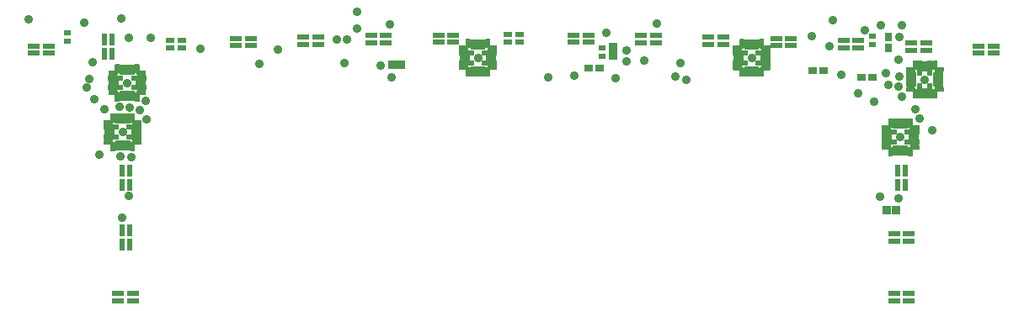
<source format=gts>
G04*
G04 #@! TF.GenerationSoftware,Altium Limited,Altium Designer,21.6.4 (81)*
G04*
G04 Layer_Color=8388736*
%FSLAX25Y25*%
%MOIN*%
G70*
G04*
G04 #@! TF.SameCoordinates,FEAF3D2B-D975-464B-86DB-8C6995E3C2F8*
G04*
G04*
G04 #@! TF.FilePolarity,Negative*
G04*
G01*
G75*
%ADD11R,0.04737X0.02375*%
%ADD12R,0.02375X0.04737*%
%ADD13C,0.01194*%
%ADD14R,0.04343X0.01981*%
%ADD15R,0.01981X0.04343*%
%ADD16R,0.05918X0.01981*%
%ADD17R,0.01981X0.04343*%
%ADD18R,0.04343X0.01981*%
%ADD19R,0.01981X0.05918*%
%ADD20R,0.03556X0.03162*%
%ADD21R,0.03359X0.03241*%
%ADD22R,0.03162X0.03556*%
%ADD23R,0.03241X0.03359*%
%ADD24R,0.03556X0.02375*%
%ADD25R,0.02769X0.02375*%
%ADD26C,0.03556*%
G36*
X189302Y120082D02*
X189354Y120072D01*
X189403Y120055D01*
X189450Y120032D01*
X189494Y120003D01*
X189533Y119968D01*
X189568Y119929D01*
X189597Y119886D01*
X189620Y119838D01*
X189637Y119789D01*
X189647Y119737D01*
X189651Y119685D01*
Y116732D01*
X189647Y116680D01*
X189637Y116629D01*
X189620Y116579D01*
X189597Y116532D01*
X189568Y116488D01*
X189533Y116449D01*
X189494Y116414D01*
X189450Y116385D01*
X189403Y116362D01*
X189354Y116345D01*
X189302Y116335D01*
X189250Y116331D01*
X189014D01*
X188961Y116335D01*
X188910Y116345D01*
X188860Y116362D01*
X188813Y116385D01*
X188802Y116392D01*
X188810Y116382D01*
X188833Y116334D01*
X188850Y116285D01*
X188860Y116233D01*
X188863Y116181D01*
Y115945D01*
X188860Y115893D01*
X188850Y115841D01*
X188833Y115791D01*
X188810Y115744D01*
X188780Y115701D01*
X188746Y115661D01*
X188706Y115627D01*
X188663Y115598D01*
X188616Y115575D01*
X188566Y115558D01*
X188515Y115548D01*
X188462Y115544D01*
X185510D01*
X185457Y115548D01*
X185406Y115558D01*
X185356Y115575D01*
X185309Y115598D01*
X185266Y115627D01*
X185226Y115661D01*
X185192Y115701D01*
X185162Y115744D01*
X185139Y115791D01*
X185123Y115841D01*
X185112Y115893D01*
X185109Y115945D01*
Y117126D01*
X185112Y117178D01*
X185123Y117230D01*
X185139Y117279D01*
X185162Y117326D01*
X185192Y117370D01*
X185226Y117409D01*
X185266Y117444D01*
X185309Y117473D01*
X185356Y117496D01*
X185406Y117513D01*
X185457Y117523D01*
X185510Y117527D01*
X187517D01*
X187570Y117523D01*
X187621Y117513D01*
X187671Y117496D01*
X187718Y117473D01*
X187729Y117466D01*
X187722Y117477D01*
X187698Y117524D01*
X187681Y117573D01*
X187671Y117625D01*
X187668Y117677D01*
Y119685D01*
X187671Y119737D01*
X187681Y119789D01*
X187698Y119838D01*
X187722Y119886D01*
X187751Y119929D01*
X187785Y119968D01*
X187825Y120003D01*
X187868Y120032D01*
X187915Y120055D01*
X187965Y120072D01*
X188016Y120082D01*
X188069Y120086D01*
X189250D01*
X189302Y120082D01*
D02*
G37*
G36*
X197176Y120082D02*
X197228Y120072D01*
X197277Y120055D01*
X197324Y120032D01*
X197368Y120003D01*
X197407Y119968D01*
X197442Y119929D01*
X197471Y119886D01*
X197494Y119838D01*
X197511Y119789D01*
X197521Y119737D01*
X197525Y119685D01*
Y117677D01*
X197521Y117625D01*
X197511Y117573D01*
X197494Y117524D01*
X197471Y117477D01*
X197464Y117466D01*
X197475Y117473D01*
X197522Y117496D01*
X197571Y117513D01*
X197623Y117523D01*
X197675Y117527D01*
X199683D01*
X199735Y117523D01*
X199787Y117513D01*
X199836Y117496D01*
X199883Y117473D01*
X199927Y117444D01*
X199966Y117409D01*
X200001Y117370D01*
X200030Y117326D01*
X200053Y117279D01*
X200070Y117230D01*
X200080Y117178D01*
X200084Y117126D01*
Y115945D01*
X200080Y115893D01*
X200070Y115841D01*
X200053Y115791D01*
X200030Y115744D01*
X200001Y115701D01*
X199966Y115661D01*
X199927Y115627D01*
X199883Y115598D01*
X199836Y115575D01*
X199787Y115558D01*
X199735Y115548D01*
X199683Y115544D01*
X196730D01*
X196678Y115548D01*
X196626Y115558D01*
X196577Y115575D01*
X196530Y115598D01*
X196486Y115627D01*
X196447Y115661D01*
X196412Y115701D01*
X196383Y115744D01*
X196360Y115791D01*
X196343Y115841D01*
X196333Y115893D01*
X196329Y115945D01*
Y116181D01*
X196333Y116233D01*
X196343Y116285D01*
X196360Y116334D01*
X196383Y116382D01*
X196390Y116392D01*
X196379Y116385D01*
X196332Y116362D01*
X196283Y116345D01*
X196231Y116335D01*
X196179Y116331D01*
X195943D01*
X195890Y116335D01*
X195839Y116345D01*
X195789Y116362D01*
X195742Y116385D01*
X195699Y116414D01*
X195659Y116449D01*
X195625Y116488D01*
X195596Y116532D01*
X195572Y116579D01*
X195555Y116629D01*
X195545Y116680D01*
X195542Y116732D01*
Y119685D01*
X195545Y119737D01*
X195555Y119789D01*
X195572Y119838D01*
X195596Y119886D01*
X195625Y119929D01*
X195659Y119968D01*
X195699Y120003D01*
X195742Y120032D01*
X195789Y120055D01*
X195839Y120072D01*
X195890Y120082D01*
X195943Y120086D01*
X197124D01*
X197176Y120082D01*
D02*
G37*
G36*
X199735Y109649D02*
X199787Y109639D01*
X199836Y109622D01*
X199883Y109599D01*
X199927Y109570D01*
X199966Y109535D01*
X200001Y109496D01*
X200030Y109452D01*
X200053Y109405D01*
X200070Y109356D01*
X200080Y109304D01*
X200084Y109252D01*
Y108071D01*
X200080Y108019D01*
X200070Y107967D01*
X200053Y107917D01*
X200030Y107870D01*
X200001Y107827D01*
X199966Y107787D01*
X199927Y107753D01*
X199883Y107724D01*
X199836Y107701D01*
X199787Y107684D01*
X199735Y107673D01*
X199683Y107670D01*
X197675D01*
X197623Y107673D01*
X197571Y107684D01*
X197522Y107701D01*
X197475Y107724D01*
X197464Y107731D01*
X197471Y107720D01*
X197494Y107673D01*
X197511Y107623D01*
X197521Y107572D01*
X197525Y107520D01*
Y105512D01*
X197521Y105459D01*
X197511Y105408D01*
X197494Y105358D01*
X197471Y105311D01*
X197442Y105268D01*
X197407Y105228D01*
X197368Y105194D01*
X197324Y105165D01*
X197277Y105141D01*
X197228Y105125D01*
X197176Y105114D01*
X197124Y105111D01*
X195943D01*
X195890Y105114D01*
X195839Y105125D01*
X195789Y105141D01*
X195742Y105165D01*
X195699Y105194D01*
X195659Y105228D01*
X195625Y105268D01*
X195596Y105311D01*
X195572Y105358D01*
X195555Y105408D01*
X195545Y105459D01*
X195542Y105512D01*
Y108465D01*
X195545Y108517D01*
X195555Y108568D01*
X195572Y108618D01*
X195596Y108665D01*
X195625Y108709D01*
X195659Y108748D01*
X195699Y108783D01*
X195742Y108812D01*
X195789Y108835D01*
X195839Y108852D01*
X195890Y108862D01*
X195943Y108865D01*
X196179D01*
X196231Y108862D01*
X196283Y108852D01*
X196332Y108835D01*
X196379Y108812D01*
X196390Y108805D01*
X196383Y108815D01*
X196360Y108862D01*
X196343Y108912D01*
X196333Y108963D01*
X196329Y109016D01*
Y109252D01*
X196333Y109304D01*
X196343Y109356D01*
X196360Y109405D01*
X196383Y109452D01*
X196412Y109496D01*
X196447Y109535D01*
X196486Y109570D01*
X196530Y109599D01*
X196577Y109622D01*
X196626Y109639D01*
X196678Y109649D01*
X196730Y109653D01*
X199683D01*
X199735Y109649D01*
D02*
G37*
G36*
X50460Y110107D02*
X50512Y110097D01*
X50561Y110080D01*
X50608Y110057D01*
X50652Y110028D01*
X50691Y109993D01*
X50726Y109954D01*
X50755Y109910D01*
X50778Y109863D01*
X50795Y109813D01*
X50805Y109762D01*
X50809Y109710D01*
Y106757D01*
X50805Y106704D01*
X50795Y106653D01*
X50778Y106604D01*
X50755Y106556D01*
X50726Y106513D01*
X50691Y106473D01*
X50652Y106439D01*
X50608Y106410D01*
X50561Y106386D01*
X50512Y106370D01*
X50460Y106359D01*
X50408Y106356D01*
X50172D01*
X50119Y106359D01*
X50068Y106370D01*
X50018Y106386D01*
X49971Y106410D01*
X49960Y106417D01*
X49968Y106406D01*
X49991Y106359D01*
X50008Y106309D01*
X50018Y106258D01*
X50021Y106206D01*
Y105970D01*
X50018Y105917D01*
X50008Y105866D01*
X49991Y105816D01*
X49968Y105769D01*
X49939Y105725D01*
X49904Y105686D01*
X49865Y105651D01*
X49821Y105622D01*
X49774Y105599D01*
X49724Y105582D01*
X49673Y105572D01*
X49621Y105569D01*
X46668D01*
X46615Y105572D01*
X46564Y105582D01*
X46514Y105599D01*
X46467Y105622D01*
X46424Y105651D01*
X46384Y105686D01*
X46350Y105725D01*
X46321Y105769D01*
X46297Y105816D01*
X46281Y105866D01*
X46270Y105917D01*
X46267Y105970D01*
Y107151D01*
X46270Y107203D01*
X46281Y107254D01*
X46297Y107304D01*
X46321Y107351D01*
X46350Y107395D01*
X46384Y107434D01*
X46424Y107469D01*
X46467Y107498D01*
X46514Y107521D01*
X46564Y107538D01*
X46615Y107548D01*
X46668Y107551D01*
X48676D01*
X48728Y107548D01*
X48779Y107538D01*
X48829Y107521D01*
X48876Y107498D01*
X48887Y107491D01*
X48880Y107501D01*
X48856Y107548D01*
X48840Y107598D01*
X48829Y107649D01*
X48826Y107702D01*
Y109710D01*
X48829Y109762D01*
X48840Y109813D01*
X48856Y109863D01*
X48880Y109910D01*
X48909Y109954D01*
X48943Y109993D01*
X48983Y110028D01*
X49026Y110057D01*
X49073Y110080D01*
X49123Y110097D01*
X49174Y110107D01*
X49227Y110110D01*
X50408D01*
X50460Y110107D01*
D02*
G37*
G36*
X58334Y110107D02*
X58386Y110097D01*
X58435Y110080D01*
X58482Y110057D01*
X58526Y110028D01*
X58565Y109993D01*
X58600Y109954D01*
X58629Y109910D01*
X58652Y109863D01*
X58669Y109813D01*
X58679Y109762D01*
X58683Y109710D01*
Y107702D01*
X58679Y107649D01*
X58669Y107598D01*
X58652Y107548D01*
X58629Y107501D01*
X58622Y107491D01*
X58633Y107498D01*
X58680Y107521D01*
X58729Y107538D01*
X58781Y107548D01*
X58833Y107551D01*
X60841D01*
X60893Y107548D01*
X60945Y107538D01*
X60994Y107521D01*
X61041Y107498D01*
X61085Y107469D01*
X61124Y107434D01*
X61159Y107395D01*
X61188Y107351D01*
X61211Y107304D01*
X61228Y107254D01*
X61238Y107203D01*
X61242Y107150D01*
Y105970D01*
X61238Y105917D01*
X61228Y105866D01*
X61211Y105816D01*
X61188Y105769D01*
X61159Y105725D01*
X61124Y105686D01*
X61085Y105651D01*
X61041Y105622D01*
X60994Y105599D01*
X60945Y105582D01*
X60893Y105572D01*
X60841Y105569D01*
X57888D01*
X57836Y105572D01*
X57784Y105582D01*
X57735Y105599D01*
X57688Y105622D01*
X57644Y105651D01*
X57605Y105686D01*
X57570Y105725D01*
X57541Y105769D01*
X57518Y105816D01*
X57501Y105866D01*
X57491Y105917D01*
X57487Y105970D01*
Y106206D01*
X57491Y106258D01*
X57501Y106309D01*
X57518Y106359D01*
X57541Y106406D01*
X57548Y106417D01*
X57538Y106410D01*
X57490Y106386D01*
X57441Y106370D01*
X57389Y106359D01*
X57337Y106356D01*
X57101D01*
X57048Y106359D01*
X56997Y106370D01*
X56947Y106386D01*
X56900Y106410D01*
X56857Y106439D01*
X56817Y106473D01*
X56783Y106513D01*
X56754Y106556D01*
X56731Y106603D01*
X56714Y106653D01*
X56703Y106704D01*
X56700Y106757D01*
Y109710D01*
X56703Y109762D01*
X56714Y109813D01*
X56731Y109863D01*
X56754Y109910D01*
X56783Y109954D01*
X56817Y109993D01*
X56857Y110028D01*
X56900Y110057D01*
X56947Y110080D01*
X56997Y110097D01*
X57048Y110107D01*
X57101Y110110D01*
X58282D01*
X58334Y110107D01*
D02*
G37*
G36*
X188515Y109649D02*
X188566Y109639D01*
X188616Y109622D01*
X188663Y109599D01*
X188706Y109570D01*
X188746Y109535D01*
X188780Y109496D01*
X188810Y109452D01*
X188833Y109405D01*
X188850Y109356D01*
X188860Y109304D01*
X188863Y109252D01*
Y109016D01*
X188860Y108963D01*
X188850Y108912D01*
X188833Y108862D01*
X188810Y108815D01*
X188802Y108805D01*
X188813Y108812D01*
X188860Y108835D01*
X188910Y108852D01*
X188961Y108862D01*
X189014Y108865D01*
X189250D01*
X189302Y108862D01*
X189354Y108852D01*
X189403Y108835D01*
X189450Y108812D01*
X189494Y108783D01*
X189533Y108748D01*
X189568Y108709D01*
X189597Y108665D01*
X189620Y108618D01*
X189637Y108568D01*
X189647Y108517D01*
X189651Y108465D01*
Y105512D01*
X189647Y105459D01*
X189637Y105408D01*
X189620Y105358D01*
X189597Y105311D01*
X189568Y105268D01*
X189533Y105228D01*
X189494Y105194D01*
X189450Y105165D01*
X189403Y105141D01*
X189354Y105125D01*
X189302Y105114D01*
X189250Y105111D01*
X188069D01*
X188016Y105114D01*
X187965Y105125D01*
X187915Y105141D01*
X187868Y105165D01*
X187825Y105194D01*
X187785Y105228D01*
X187751Y105268D01*
X187722Y105311D01*
X187698Y105358D01*
X187681Y105408D01*
X187671Y105459D01*
X187668Y105512D01*
Y107520D01*
X187671Y107572D01*
X187681Y107623D01*
X187698Y107673D01*
X187722Y107720D01*
X187729Y107731D01*
X187718Y107724D01*
X187671Y107701D01*
X187621Y107684D01*
X187570Y107674D01*
X187517Y107670D01*
X185510D01*
X185457Y107674D01*
X185406Y107684D01*
X185356Y107701D01*
X185309Y107724D01*
X185266Y107753D01*
X185226Y107787D01*
X185192Y107827D01*
X185162Y107870D01*
X185139Y107917D01*
X185123Y107967D01*
X185112Y108019D01*
X185109Y108071D01*
Y109252D01*
X185112Y109304D01*
X185123Y109356D01*
X185139Y109405D01*
X185162Y109452D01*
X185192Y109496D01*
X185226Y109535D01*
X185266Y109570D01*
X185309Y109599D01*
X185356Y109622D01*
X185406Y109639D01*
X185457Y109649D01*
X185510Y109653D01*
X188462D01*
X188515Y109649D01*
D02*
G37*
G36*
X60893Y99674D02*
X60945Y99664D01*
X60994Y99647D01*
X61041Y99624D01*
X61085Y99595D01*
X61124Y99560D01*
X61159Y99521D01*
X61188Y99477D01*
X61211Y99430D01*
X61228Y99380D01*
X61238Y99329D01*
X61242Y99277D01*
Y98095D01*
X61238Y98043D01*
X61228Y97992D01*
X61211Y97942D01*
X61188Y97895D01*
X61159Y97851D01*
X61124Y97812D01*
X61085Y97777D01*
X61041Y97748D01*
X60994Y97725D01*
X60945Y97708D01*
X60893Y97698D01*
X60841Y97695D01*
X58833D01*
X58781Y97698D01*
X58729Y97708D01*
X58680Y97725D01*
X58633Y97748D01*
X58622Y97755D01*
X58629Y97745D01*
X58652Y97698D01*
X58669Y97648D01*
X58679Y97597D01*
X58683Y97544D01*
Y95536D01*
X58679Y95484D01*
X58669Y95433D01*
X58652Y95383D01*
X58629Y95336D01*
X58600Y95292D01*
X58565Y95253D01*
X58526Y95218D01*
X58482Y95189D01*
X58435Y95166D01*
X58386Y95149D01*
X58334Y95139D01*
X58282Y95135D01*
X57101D01*
X57048Y95139D01*
X56997Y95149D01*
X56947Y95166D01*
X56900Y95189D01*
X56857Y95218D01*
X56817Y95253D01*
X56783Y95292D01*
X56754Y95336D01*
X56731Y95383D01*
X56714Y95433D01*
X56703Y95484D01*
X56700Y95536D01*
Y98489D01*
X56703Y98541D01*
X56714Y98593D01*
X56731Y98642D01*
X56754Y98690D01*
X56783Y98733D01*
X56817Y98773D01*
X56857Y98807D01*
X56900Y98836D01*
X56947Y98860D01*
X56997Y98876D01*
X57048Y98887D01*
X57101Y98890D01*
X57337D01*
X57389Y98887D01*
X57441Y98876D01*
X57490Y98860D01*
X57538Y98836D01*
X57548Y98829D01*
X57541Y98840D01*
X57518Y98887D01*
X57501Y98937D01*
X57491Y98988D01*
X57487Y99040D01*
Y99277D01*
X57491Y99329D01*
X57501Y99380D01*
X57518Y99430D01*
X57541Y99477D01*
X57570Y99521D01*
X57605Y99560D01*
X57644Y99595D01*
X57688Y99624D01*
X57735Y99647D01*
X57784Y99664D01*
X57836Y99674D01*
X57888Y99677D01*
X60841D01*
X60893Y99674D01*
D02*
G37*
G36*
X49673Y99674D02*
X49724Y99664D01*
X49774Y99647D01*
X49821Y99624D01*
X49865Y99595D01*
X49904Y99560D01*
X49939Y99521D01*
X49968Y99477D01*
X49991Y99430D01*
X50008Y99380D01*
X50018Y99329D01*
X50021Y99277D01*
Y99040D01*
X50018Y98988D01*
X50008Y98937D01*
X49991Y98887D01*
X49968Y98840D01*
X49960Y98829D01*
X49971Y98836D01*
X50018Y98860D01*
X50068Y98876D01*
X50119Y98887D01*
X50172Y98890D01*
X50408D01*
X50460Y98887D01*
X50512Y98876D01*
X50561Y98860D01*
X50608Y98836D01*
X50652Y98807D01*
X50691Y98773D01*
X50726Y98733D01*
X50755Y98690D01*
X50778Y98643D01*
X50795Y98593D01*
X50805Y98541D01*
X50809Y98489D01*
Y95536D01*
X50805Y95484D01*
X50795Y95433D01*
X50778Y95383D01*
X50755Y95336D01*
X50726Y95292D01*
X50691Y95253D01*
X50652Y95218D01*
X50608Y95189D01*
X50561Y95166D01*
X50512Y95149D01*
X50460Y95139D01*
X50408Y95135D01*
X49227D01*
X49174Y95139D01*
X49123Y95149D01*
X49073Y95166D01*
X49026Y95189D01*
X48983Y95218D01*
X48943Y95253D01*
X48909Y95292D01*
X48880Y95336D01*
X48856Y95383D01*
X48840Y95433D01*
X48829Y95484D01*
X48826Y95536D01*
Y97544D01*
X48829Y97597D01*
X48840Y97648D01*
X48856Y97698D01*
X48880Y97745D01*
X48887Y97756D01*
X48876Y97748D01*
X48829Y97725D01*
X48779Y97708D01*
X48728Y97698D01*
X48676Y97695D01*
X46668D01*
X46615Y97698D01*
X46564Y97708D01*
X46514Y97725D01*
X46467Y97748D01*
X46424Y97777D01*
X46384Y97812D01*
X46350Y97851D01*
X46321Y97895D01*
X46297Y97942D01*
X46281Y97992D01*
X46270Y98043D01*
X46267Y98096D01*
Y99277D01*
X46270Y99329D01*
X46281Y99380D01*
X46297Y99430D01*
X46321Y99477D01*
X46350Y99521D01*
X46384Y99560D01*
X46424Y99595D01*
X46467Y99624D01*
X46514Y99647D01*
X46564Y99664D01*
X46615Y99674D01*
X46668Y99677D01*
X49621D01*
X49673Y99674D01*
D02*
G37*
G36*
X48698Y90484D02*
X48749Y90474D01*
X48799Y90457D01*
X48846Y90434D01*
X48890Y90404D01*
X48929Y90370D01*
X48964Y90330D01*
X48993Y90287D01*
X49016Y90240D01*
X49033Y90190D01*
X49043Y90139D01*
X49046Y90086D01*
Y87134D01*
X49043Y87081D01*
X49033Y87030D01*
X49016Y86980D01*
X48993Y86933D01*
X48964Y86889D01*
X48929Y86850D01*
X48890Y86816D01*
X48846Y86786D01*
X48799Y86763D01*
X48749Y86746D01*
X48698Y86736D01*
X48646Y86733D01*
X48410D01*
X48357Y86736D01*
X48306Y86746D01*
X48256Y86763D01*
X48209Y86786D01*
X48198Y86794D01*
X48205Y86783D01*
X48229Y86736D01*
X48245Y86686D01*
X48256Y86635D01*
X48259Y86582D01*
Y86346D01*
X48256Y86294D01*
X48245Y86242D01*
X48229Y86193D01*
X48205Y86146D01*
X48176Y86102D01*
X48142Y86063D01*
X48102Y86028D01*
X48059Y85999D01*
X48012Y85976D01*
X47962Y85959D01*
X47911Y85949D01*
X47858Y85945D01*
X44905D01*
X44853Y85949D01*
X44802Y85959D01*
X44752Y85976D01*
X44705Y85999D01*
X44662Y86028D01*
X44622Y86063D01*
X44587Y86102D01*
X44558Y86146D01*
X44535Y86193D01*
X44518Y86242D01*
X44508Y86294D01*
X44505Y86346D01*
Y87527D01*
X44508Y87580D01*
X44518Y87631D01*
X44535Y87681D01*
X44558Y87728D01*
X44587Y87771D01*
X44622Y87811D01*
X44662Y87845D01*
X44705Y87874D01*
X44752Y87898D01*
X44802Y87915D01*
X44853Y87925D01*
X44905Y87928D01*
X46913D01*
X46966Y87925D01*
X47017Y87915D01*
X47067Y87898D01*
X47114Y87874D01*
X47125Y87867D01*
X47117Y87878D01*
X47094Y87925D01*
X47077Y87975D01*
X47067Y88026D01*
X47064Y88078D01*
Y90086D01*
X47067Y90139D01*
X47077Y90190D01*
X47094Y90240D01*
X47117Y90287D01*
X47147Y90330D01*
X47181Y90370D01*
X47221Y90404D01*
X47264Y90434D01*
X47311Y90457D01*
X47361Y90474D01*
X47412Y90484D01*
X47465Y90487D01*
X48646D01*
X48698Y90484D01*
D02*
G37*
G36*
X56572Y90484D02*
X56623Y90474D01*
X56673Y90457D01*
X56720Y90434D01*
X56764Y90404D01*
X56803Y90370D01*
X56838Y90330D01*
X56867Y90287D01*
X56890Y90240D01*
X56907Y90190D01*
X56917Y90139D01*
X56921Y90086D01*
Y88078D01*
X56917Y88026D01*
X56907Y87975D01*
X56890Y87925D01*
X56867Y87878D01*
X56860Y87867D01*
X56870Y87874D01*
X56918Y87898D01*
X56967Y87914D01*
X57019Y87925D01*
X57071Y87928D01*
X59079D01*
X59131Y87925D01*
X59183Y87914D01*
X59232Y87898D01*
X59279Y87874D01*
X59323Y87845D01*
X59362Y87811D01*
X59397Y87771D01*
X59426Y87728D01*
X59449Y87681D01*
X59466Y87631D01*
X59476Y87580D01*
X59480Y87527D01*
Y86346D01*
X59476Y86294D01*
X59466Y86242D01*
X59449Y86193D01*
X59426Y86146D01*
X59397Y86102D01*
X59362Y86063D01*
X59323Y86028D01*
X59279Y85999D01*
X59232Y85976D01*
X59183Y85959D01*
X59131Y85949D01*
X59079Y85945D01*
X56126D01*
X56074Y85949D01*
X56022Y85959D01*
X55973Y85976D01*
X55926Y85999D01*
X55882Y86028D01*
X55843Y86063D01*
X55808Y86102D01*
X55779Y86146D01*
X55756Y86193D01*
X55739Y86242D01*
X55729Y86294D01*
X55725Y86346D01*
Y86582D01*
X55729Y86635D01*
X55739Y86686D01*
X55756Y86736D01*
X55779Y86783D01*
X55786Y86794D01*
X55775Y86786D01*
X55728Y86763D01*
X55679Y86746D01*
X55627Y86736D01*
X55575Y86733D01*
X55339D01*
X55286Y86736D01*
X55235Y86746D01*
X55185Y86763D01*
X55138Y86786D01*
X55095Y86816D01*
X55055Y86850D01*
X55021Y86889D01*
X54991Y86933D01*
X54968Y86980D01*
X54951Y87030D01*
X54941Y87081D01*
X54938Y87134D01*
Y90086D01*
X54941Y90139D01*
X54951Y90190D01*
X54968Y90240D01*
X54991Y90287D01*
X55021Y90330D01*
X55055Y90370D01*
X55095Y90404D01*
X55138Y90434D01*
X55185Y90457D01*
X55235Y90474D01*
X55286Y90484D01*
X55339Y90487D01*
X56520D01*
X56572Y90484D01*
D02*
G37*
G36*
X59131Y80051D02*
X59183Y80040D01*
X59232Y80024D01*
X59279Y80000D01*
X59323Y79971D01*
X59362Y79937D01*
X59397Y79897D01*
X59426Y79854D01*
X59449Y79807D01*
X59466Y79757D01*
X59476Y79706D01*
X59480Y79653D01*
Y78472D01*
X59476Y78420D01*
X59466Y78368D01*
X59449Y78319D01*
X59426Y78272D01*
X59397Y78228D01*
X59362Y78189D01*
X59323Y78154D01*
X59279Y78125D01*
X59232Y78102D01*
X59183Y78085D01*
X59131Y78075D01*
X59079Y78071D01*
X57071D01*
X57019Y78075D01*
X56967Y78085D01*
X56918Y78102D01*
X56870Y78125D01*
X56860Y78132D01*
X56867Y78121D01*
X56890Y78074D01*
X56907Y78025D01*
X56917Y77973D01*
X56920Y77921D01*
Y75913D01*
X56917Y75861D01*
X56907Y75809D01*
X56890Y75760D01*
X56867Y75713D01*
X56838Y75669D01*
X56803Y75630D01*
X56764Y75595D01*
X56720Y75566D01*
X56673Y75543D01*
X56623Y75526D01*
X56572Y75516D01*
X56520Y75512D01*
X55339D01*
X55286Y75516D01*
X55235Y75526D01*
X55185Y75543D01*
X55138Y75566D01*
X55095Y75595D01*
X55055Y75630D01*
X55021Y75669D01*
X54991Y75713D01*
X54968Y75760D01*
X54951Y75809D01*
X54941Y75861D01*
X54938Y75913D01*
Y78866D01*
X54941Y78918D01*
X54951Y78970D01*
X54968Y79019D01*
X54991Y79066D01*
X55021Y79110D01*
X55055Y79149D01*
X55095Y79184D01*
X55138Y79213D01*
X55185Y79236D01*
X55235Y79253D01*
X55286Y79263D01*
X55339Y79267D01*
X55575D01*
X55627Y79263D01*
X55678Y79253D01*
X55728Y79236D01*
X55775Y79213D01*
X55786Y79206D01*
X55779Y79217D01*
X55756Y79264D01*
X55739Y79313D01*
X55729Y79365D01*
X55725Y79417D01*
Y79653D01*
X55729Y79706D01*
X55739Y79757D01*
X55756Y79807D01*
X55779Y79854D01*
X55808Y79897D01*
X55843Y79937D01*
X55882Y79971D01*
X55926Y80000D01*
X55973Y80024D01*
X56022Y80040D01*
X56074Y80051D01*
X56126Y80054D01*
X59079D01*
X59131Y80051D01*
D02*
G37*
G36*
X47911Y80051D02*
X47962Y80040D01*
X48012Y80024D01*
X48059Y80000D01*
X48102Y79971D01*
X48142Y79937D01*
X48176Y79897D01*
X48205Y79854D01*
X48229Y79807D01*
X48245Y79757D01*
X48256Y79706D01*
X48259Y79653D01*
Y79417D01*
X48256Y79365D01*
X48245Y79313D01*
X48229Y79264D01*
X48205Y79217D01*
X48198Y79206D01*
X48209Y79213D01*
X48256Y79236D01*
X48306Y79253D01*
X48357Y79263D01*
X48409Y79267D01*
X48646D01*
X48698Y79263D01*
X48749Y79253D01*
X48799Y79236D01*
X48846Y79213D01*
X48890Y79184D01*
X48929Y79149D01*
X48964Y79110D01*
X48993Y79066D01*
X49016Y79019D01*
X49033Y78970D01*
X49043Y78918D01*
X49046Y78866D01*
Y75913D01*
X49043Y75861D01*
X49033Y75809D01*
X49016Y75760D01*
X48993Y75713D01*
X48964Y75669D01*
X48929Y75630D01*
X48890Y75595D01*
X48846Y75566D01*
X48799Y75543D01*
X48749Y75526D01*
X48698Y75516D01*
X48646Y75512D01*
X47465D01*
X47412Y75516D01*
X47361Y75526D01*
X47311Y75543D01*
X47264Y75566D01*
X47221Y75595D01*
X47181Y75630D01*
X47147Y75669D01*
X47117Y75713D01*
X47094Y75760D01*
X47077Y75809D01*
X47067Y75861D01*
X47064Y75913D01*
Y77921D01*
X47067Y77973D01*
X47077Y78025D01*
X47094Y78074D01*
X47117Y78121D01*
X47125Y78132D01*
X47114Y78125D01*
X47067Y78102D01*
X47017Y78085D01*
X46966Y78075D01*
X46913Y78071D01*
X44905D01*
X44853Y78075D01*
X44802Y78085D01*
X44752Y78102D01*
X44705Y78125D01*
X44662Y78154D01*
X44622Y78189D01*
X44587Y78228D01*
X44558Y78272D01*
X44535Y78319D01*
X44518Y78368D01*
X44508Y78420D01*
X44505Y78472D01*
Y79653D01*
X44508Y79706D01*
X44518Y79757D01*
X44535Y79807D01*
X44558Y79854D01*
X44587Y79897D01*
X44622Y79937D01*
X44662Y79971D01*
X44705Y80000D01*
X44752Y80024D01*
X44802Y80040D01*
X44853Y80051D01*
X44905Y80054D01*
X47858D01*
X47911Y80051D01*
D02*
G37*
G36*
X297660Y120005D02*
X297711Y119995D01*
X297761Y119978D01*
X297808Y119955D01*
X297852Y119926D01*
X297891Y119892D01*
X297926Y119852D01*
X297955Y119808D01*
X297978Y119761D01*
X297995Y119712D01*
X298005Y119660D01*
X298009Y119608D01*
Y116655D01*
X298005Y116603D01*
X297995Y116551D01*
X297978Y116502D01*
X297955Y116455D01*
X297926Y116411D01*
X297891Y116372D01*
X297852Y116337D01*
X297808Y116308D01*
X297761Y116285D01*
X297711Y116268D01*
X297660Y116258D01*
X297608Y116254D01*
X297372D01*
X297319Y116258D01*
X297268Y116268D01*
X297218Y116285D01*
X297171Y116308D01*
X297160Y116315D01*
X297167Y116305D01*
X297191Y116258D01*
X297207Y116208D01*
X297218Y116156D01*
X297221Y116104D01*
Y115868D01*
X297218Y115815D01*
X297207Y115764D01*
X297191Y115715D01*
X297167Y115667D01*
X297138Y115624D01*
X297104Y115584D01*
X297064Y115550D01*
X297021Y115521D01*
X296974Y115498D01*
X296924Y115481D01*
X296873Y115470D01*
X296820Y115467D01*
X293868D01*
X293815Y115470D01*
X293764Y115481D01*
X293714Y115498D01*
X293667Y115521D01*
X293623Y115550D01*
X293584Y115584D01*
X293549Y115624D01*
X293520Y115667D01*
X293497Y115715D01*
X293480Y115764D01*
X293470Y115815D01*
X293467Y115868D01*
Y117049D01*
X293470Y117101D01*
X293480Y117153D01*
X293497Y117202D01*
X293520Y117249D01*
X293549Y117293D01*
X293584Y117332D01*
X293623Y117367D01*
X293667Y117396D01*
X293714Y117419D01*
X293764Y117436D01*
X293815Y117446D01*
X293868Y117450D01*
X295875D01*
X295928Y117446D01*
X295979Y117436D01*
X296029Y117419D01*
X296076Y117396D01*
X296087Y117389D01*
X296079Y117400D01*
X296056Y117447D01*
X296039Y117496D01*
X296029Y117548D01*
X296026Y117600D01*
Y119608D01*
X296029Y119660D01*
X296039Y119712D01*
X296056Y119761D01*
X296079Y119808D01*
X296109Y119852D01*
X296143Y119892D01*
X296183Y119926D01*
X296226Y119955D01*
X296273Y119978D01*
X296323Y119995D01*
X296374Y120005D01*
X296427Y120009D01*
X297608D01*
X297660Y120005D01*
D02*
G37*
G36*
X305534Y120005D02*
X305586Y119995D01*
X305635Y119978D01*
X305682Y119955D01*
X305726Y119926D01*
X305765Y119892D01*
X305800Y119852D01*
X305829Y119808D01*
X305852Y119761D01*
X305869Y119712D01*
X305879Y119660D01*
X305883Y119608D01*
Y117600D01*
X305879Y117548D01*
X305869Y117496D01*
X305852Y117447D01*
X305829Y117400D01*
X305822Y117389D01*
X305833Y117396D01*
X305879Y117419D01*
X305929Y117436D01*
X305981Y117446D01*
X306033Y117450D01*
X308041D01*
X308093Y117446D01*
X308144Y117436D01*
X308194Y117419D01*
X308241Y117396D01*
X308285Y117367D01*
X308324Y117332D01*
X308359Y117293D01*
X308388Y117249D01*
X308411Y117202D01*
X308428Y117153D01*
X308438Y117101D01*
X308442Y117049D01*
Y115868D01*
X308438Y115815D01*
X308428Y115764D01*
X308411Y115715D01*
X308388Y115667D01*
X308359Y115624D01*
X308324Y115584D01*
X308285Y115550D01*
X308241Y115521D01*
X308194Y115498D01*
X308144Y115481D01*
X308093Y115470D01*
X308041Y115467D01*
X305088D01*
X305036Y115470D01*
X304984Y115481D01*
X304935Y115498D01*
X304888Y115521D01*
X304844Y115550D01*
X304805Y115584D01*
X304770Y115624D01*
X304741Y115667D01*
X304718Y115715D01*
X304701Y115764D01*
X304691Y115815D01*
X304687Y115868D01*
Y116104D01*
X304691Y116156D01*
X304701Y116208D01*
X304718Y116258D01*
X304741Y116305D01*
X304748Y116315D01*
X304737Y116308D01*
X304690Y116285D01*
X304641Y116268D01*
X304589Y116258D01*
X304537Y116254D01*
X304301D01*
X304248Y116258D01*
X304197Y116268D01*
X304147Y116285D01*
X304100Y116308D01*
X304057Y116337D01*
X304017Y116372D01*
X303983Y116411D01*
X303954Y116455D01*
X303930Y116502D01*
X303913Y116551D01*
X303903Y116603D01*
X303900Y116655D01*
Y119608D01*
X303903Y119660D01*
X303913Y119712D01*
X303930Y119761D01*
X303954Y119808D01*
X303983Y119852D01*
X304017Y119892D01*
X304057Y119926D01*
X304100Y119955D01*
X304147Y119978D01*
X304197Y119995D01*
X304248Y120005D01*
X304301Y120009D01*
X305482D01*
X305534Y120005D01*
D02*
G37*
G36*
X308093Y109572D02*
X308144Y109562D01*
X308194Y109545D01*
X308241Y109522D01*
X308285Y109493D01*
X308324Y109458D01*
X308359Y109419D01*
X308388Y109375D01*
X308411Y109328D01*
X308428Y109279D01*
X308438Y109227D01*
X308442Y109175D01*
Y107994D01*
X308438Y107941D01*
X308428Y107890D01*
X308411Y107840D01*
X308388Y107793D01*
X308359Y107750D01*
X308324Y107710D01*
X308285Y107676D01*
X308241Y107647D01*
X308194Y107624D01*
X308144Y107607D01*
X308093Y107596D01*
X308041Y107593D01*
X306033D01*
X305981Y107596D01*
X305929Y107607D01*
X305879Y107624D01*
X305833Y107647D01*
X305822Y107654D01*
X305829Y107643D01*
X305852Y107596D01*
X305869Y107546D01*
X305879Y107495D01*
X305883Y107443D01*
Y105435D01*
X305879Y105383D01*
X305869Y105331D01*
X305852Y105281D01*
X305829Y105234D01*
X305800Y105191D01*
X305765Y105151D01*
X305726Y105117D01*
X305682Y105088D01*
X305635Y105064D01*
X305586Y105048D01*
X305534Y105037D01*
X305482Y105034D01*
X304301D01*
X304248Y105037D01*
X304197Y105048D01*
X304147Y105064D01*
X304100Y105088D01*
X304057Y105117D01*
X304017Y105151D01*
X303983Y105191D01*
X303954Y105234D01*
X303930Y105281D01*
X303913Y105331D01*
X303903Y105383D01*
X303900Y105435D01*
Y108387D01*
X303903Y108440D01*
X303913Y108491D01*
X303930Y108541D01*
X303954Y108588D01*
X303983Y108632D01*
X304017Y108671D01*
X304057Y108706D01*
X304100Y108735D01*
X304147Y108758D01*
X304197Y108775D01*
X304248Y108785D01*
X304301Y108788D01*
X304537D01*
X304589Y108785D01*
X304641Y108775D01*
X304690Y108758D01*
X304737Y108735D01*
X304748Y108727D01*
X304741Y108738D01*
X304718Y108785D01*
X304701Y108835D01*
X304691Y108886D01*
X304687Y108939D01*
Y109175D01*
X304691Y109227D01*
X304701Y109279D01*
X304718Y109328D01*
X304741Y109375D01*
X304770Y109419D01*
X304805Y109458D01*
X304844Y109493D01*
X304888Y109522D01*
X304935Y109545D01*
X304984Y109562D01*
X305036Y109572D01*
X305088Y109576D01*
X308041D01*
X308093Y109572D01*
D02*
G37*
G36*
X296873Y109572D02*
X296924Y109562D01*
X296974Y109545D01*
X297021Y109522D01*
X297064Y109493D01*
X297104Y109458D01*
X297138Y109419D01*
X297167Y109375D01*
X297191Y109328D01*
X297207Y109279D01*
X297218Y109227D01*
X297221Y109175D01*
Y108939D01*
X297218Y108886D01*
X297207Y108835D01*
X297191Y108785D01*
X297167Y108738D01*
X297160Y108727D01*
X297171Y108735D01*
X297218Y108758D01*
X297268Y108775D01*
X297319Y108785D01*
X297372Y108788D01*
X297608D01*
X297660Y108785D01*
X297711Y108775D01*
X297761Y108758D01*
X297808Y108735D01*
X297852Y108706D01*
X297891Y108671D01*
X297926Y108632D01*
X297955Y108588D01*
X297978Y108541D01*
X297995Y108491D01*
X298005Y108440D01*
X298009Y108388D01*
Y105435D01*
X298005Y105383D01*
X297995Y105331D01*
X297978Y105281D01*
X297955Y105234D01*
X297926Y105191D01*
X297891Y105151D01*
X297852Y105117D01*
X297808Y105088D01*
X297761Y105064D01*
X297711Y105048D01*
X297660Y105037D01*
X297608Y105034D01*
X296427D01*
X296374Y105037D01*
X296323Y105048D01*
X296273Y105064D01*
X296226Y105088D01*
X296183Y105117D01*
X296143Y105151D01*
X296109Y105191D01*
X296079Y105234D01*
X296056Y105281D01*
X296039Y105331D01*
X296029Y105383D01*
X296026Y105435D01*
Y107443D01*
X296029Y107495D01*
X296039Y107546D01*
X296056Y107596D01*
X296079Y107643D01*
X296087Y107654D01*
X296076Y107647D01*
X296029Y107624D01*
X295979Y107607D01*
X295928Y107596D01*
X295875Y107593D01*
X293868D01*
X293815Y107596D01*
X293764Y107607D01*
X293714Y107624D01*
X293667Y107647D01*
X293623Y107676D01*
X293584Y107710D01*
X293549Y107750D01*
X293520Y107793D01*
X293497Y107841D01*
X293480Y107890D01*
X293470Y107941D01*
X293467Y107994D01*
Y109175D01*
X293470Y109227D01*
X293480Y109279D01*
X293497Y109328D01*
X293520Y109375D01*
X293549Y109419D01*
X293584Y109458D01*
X293623Y109493D01*
X293667Y109522D01*
X293714Y109545D01*
X293764Y109562D01*
X293815Y109572D01*
X293868Y109576D01*
X296820D01*
X296873Y109572D01*
D02*
G37*
G36*
X356566Y88502D02*
X356617Y88491D01*
X356667Y88475D01*
X356714Y88451D01*
X356757Y88422D01*
X356797Y88388D01*
X356832Y88348D01*
X356861Y88305D01*
X356884Y88258D01*
X356901Y88208D01*
X356911Y88157D01*
X356914Y88104D01*
Y85152D01*
X356911Y85099D01*
X356901Y85048D01*
X356884Y84998D01*
X356861Y84951D01*
X356832Y84908D01*
X356797Y84868D01*
X356757Y84834D01*
X356714Y84804D01*
X356667Y84781D01*
X356617Y84764D01*
X356566Y84754D01*
X356514Y84751D01*
X356277D01*
X356225Y84754D01*
X356173Y84764D01*
X356124Y84781D01*
X356077Y84804D01*
X356066Y84812D01*
X356073Y84801D01*
X356096Y84754D01*
X356113Y84704D01*
X356123Y84653D01*
X356127Y84600D01*
Y84364D01*
X356123Y84312D01*
X356113Y84260D01*
X356096Y84211D01*
X356073Y84164D01*
X356044Y84120D01*
X356010Y84081D01*
X355970Y84046D01*
X355926Y84017D01*
X355879Y83994D01*
X355830Y83977D01*
X355778Y83967D01*
X355726Y83963D01*
X352773D01*
X352721Y83967D01*
X352670Y83977D01*
X352620Y83994D01*
X352573Y84017D01*
X352529Y84046D01*
X352490Y84081D01*
X352455Y84120D01*
X352426Y84164D01*
X352403Y84211D01*
X352386Y84260D01*
X352376Y84312D01*
X352372Y84364D01*
Y85545D01*
X352376Y85598D01*
X352386Y85649D01*
X352403Y85699D01*
X352426Y85746D01*
X352455Y85789D01*
X352490Y85829D01*
X352529Y85863D01*
X352573Y85892D01*
X352620Y85916D01*
X352670Y85932D01*
X352721Y85943D01*
X352773Y85946D01*
X354781D01*
X354834Y85943D01*
X354885Y85932D01*
X354935Y85916D01*
X354982Y85892D01*
X354993Y85885D01*
X354985Y85896D01*
X354962Y85943D01*
X354945Y85993D01*
X354935Y86044D01*
X354931Y86096D01*
Y88104D01*
X354935Y88157D01*
X354945Y88208D01*
X354962Y88258D01*
X354985Y88305D01*
X355014Y88348D01*
X355049Y88388D01*
X355088Y88422D01*
X355132Y88451D01*
X355179Y88475D01*
X355229Y88491D01*
X355280Y88502D01*
X355332Y88505D01*
X356514D01*
X356566Y88502D01*
D02*
G37*
G36*
X355778Y78069D02*
X355830Y78058D01*
X355879Y78042D01*
X355926Y78018D01*
X355970Y77989D01*
X356010Y77955D01*
X356044Y77915D01*
X356073Y77872D01*
X356096Y77825D01*
X356113Y77775D01*
X356123Y77724D01*
X356127Y77671D01*
Y77435D01*
X356123Y77383D01*
X356113Y77331D01*
X356096Y77282D01*
X356073Y77235D01*
X356066Y77224D01*
X356077Y77231D01*
X356124Y77254D01*
X356173Y77271D01*
X356225Y77281D01*
X356277Y77285D01*
X356513D01*
X356566Y77281D01*
X356617Y77271D01*
X356667Y77254D01*
X356714Y77231D01*
X356757Y77202D01*
X356797Y77167D01*
X356832Y77128D01*
X356861Y77084D01*
X356884Y77037D01*
X356901Y76988D01*
X356911Y76936D01*
X356914Y76884D01*
Y73931D01*
X356911Y73879D01*
X356901Y73827D01*
X356884Y73778D01*
X356861Y73731D01*
X356832Y73687D01*
X356797Y73648D01*
X356757Y73613D01*
X356714Y73584D01*
X356667Y73561D01*
X356617Y73544D01*
X356566Y73534D01*
X356513Y73530D01*
X355332D01*
X355280Y73534D01*
X355229Y73544D01*
X355179Y73561D01*
X355132Y73584D01*
X355088Y73613D01*
X355049Y73648D01*
X355014Y73687D01*
X354985Y73731D01*
X354962Y73778D01*
X354945Y73827D01*
X354935Y73879D01*
X354931Y73931D01*
Y75939D01*
X354935Y75991D01*
X354945Y76043D01*
X354962Y76092D01*
X354985Y76139D01*
X354992Y76150D01*
X354982Y76143D01*
X354935Y76120D01*
X354885Y76103D01*
X354834Y76093D01*
X354781Y76089D01*
X352773D01*
X352721Y76093D01*
X352670Y76103D01*
X352620Y76120D01*
X352573Y76143D01*
X352529Y76172D01*
X352490Y76207D01*
X352455Y76246D01*
X352426Y76290D01*
X352403Y76337D01*
X352386Y76386D01*
X352376Y76438D01*
X352372Y76490D01*
Y77671D01*
X352376Y77724D01*
X352386Y77775D01*
X352403Y77825D01*
X352426Y77872D01*
X352455Y77915D01*
X352490Y77955D01*
X352529Y77989D01*
X352573Y78018D01*
X352620Y78042D01*
X352670Y78058D01*
X352721Y78069D01*
X352773Y78072D01*
X355726D01*
X355778Y78069D01*
D02*
G37*
G36*
X366258Y111427D02*
X366309Y111417D01*
X366359Y111400D01*
X366406Y111377D01*
X366449Y111347D01*
X366489Y111313D01*
X366524Y111273D01*
X366553Y111230D01*
X366576Y111183D01*
X366593Y111133D01*
X366603Y111082D01*
X366606Y111029D01*
Y108077D01*
X366603Y108024D01*
X366593Y107973D01*
X366576Y107923D01*
X366553Y107876D01*
X366524Y107833D01*
X366489Y107793D01*
X366449Y107759D01*
X366406Y107729D01*
X366359Y107706D01*
X366309Y107689D01*
X366258Y107679D01*
X366206Y107676D01*
X365969D01*
X365917Y107679D01*
X365865Y107689D01*
X365816Y107706D01*
X365769Y107729D01*
X365758Y107737D01*
X365765Y107726D01*
X365788Y107679D01*
X365805Y107629D01*
X365815Y107578D01*
X365819Y107525D01*
Y107289D01*
X365815Y107237D01*
X365805Y107185D01*
X365788Y107136D01*
X365765Y107089D01*
X365736Y107045D01*
X365702Y107006D01*
X365662Y106971D01*
X365618Y106942D01*
X365571Y106919D01*
X365522Y106902D01*
X365470Y106892D01*
X365418Y106888D01*
X362465D01*
X362413Y106892D01*
X362362Y106902D01*
X362312Y106919D01*
X362265Y106942D01*
X362221Y106971D01*
X362182Y107006D01*
X362147Y107045D01*
X362118Y107089D01*
X362095Y107136D01*
X362078Y107185D01*
X362068Y107237D01*
X362065Y107289D01*
Y108470D01*
X362068Y108523D01*
X362078Y108574D01*
X362095Y108624D01*
X362118Y108671D01*
X362147Y108714D01*
X362182Y108754D01*
X362221Y108788D01*
X362265Y108818D01*
X362312Y108841D01*
X362362Y108858D01*
X362413Y108868D01*
X362465Y108871D01*
X364473D01*
X364526Y108868D01*
X364577Y108858D01*
X364627Y108841D01*
X364674Y108818D01*
X364685Y108810D01*
X364677Y108821D01*
X364654Y108868D01*
X364637Y108918D01*
X364627Y108969D01*
X364623Y109021D01*
Y111029D01*
X364627Y111082D01*
X364637Y111133D01*
X364654Y111183D01*
X364677Y111230D01*
X364706Y111273D01*
X364741Y111313D01*
X364780Y111347D01*
X364824Y111377D01*
X364871Y111400D01*
X364921Y111417D01*
X364972Y111427D01*
X365024Y111430D01*
X366206D01*
X366258Y111427D01*
D02*
G37*
G36*
X374132Y111427D02*
X374183Y111417D01*
X374233Y111400D01*
X374280Y111377D01*
X374324Y111347D01*
X374363Y111313D01*
X374397Y111273D01*
X374427Y111230D01*
X374450Y111183D01*
X374467Y111133D01*
X374477Y111082D01*
X374480Y111029D01*
Y109021D01*
X374477Y108969D01*
X374467Y108918D01*
X374450Y108868D01*
X374427Y108821D01*
X374419Y108810D01*
X374430Y108818D01*
X374477Y108841D01*
X374527Y108858D01*
X374578Y108868D01*
X374631Y108871D01*
X376639D01*
X376691Y108868D01*
X376742Y108858D01*
X376792Y108841D01*
X376839Y108818D01*
X376883Y108788D01*
X376922Y108754D01*
X376957Y108714D01*
X376986Y108671D01*
X377009Y108624D01*
X377026Y108574D01*
X377036Y108523D01*
X377039Y108470D01*
Y107289D01*
X377036Y107237D01*
X377026Y107185D01*
X377009Y107136D01*
X376986Y107089D01*
X376957Y107045D01*
X376922Y107006D01*
X376883Y106971D01*
X376839Y106942D01*
X376792Y106919D01*
X376742Y106902D01*
X376691Y106892D01*
X376639Y106888D01*
X373686D01*
X373634Y106892D01*
X373582Y106902D01*
X373532Y106919D01*
X373485Y106942D01*
X373442Y106971D01*
X373402Y107006D01*
X373368Y107045D01*
X373339Y107089D01*
X373316Y107136D01*
X373299Y107185D01*
X373288Y107237D01*
X373285Y107289D01*
Y107525D01*
X373288Y107578D01*
X373299Y107629D01*
X373316Y107679D01*
X373339Y107726D01*
X373346Y107737D01*
X373335Y107729D01*
X373288Y107706D01*
X373238Y107689D01*
X373187Y107679D01*
X373135Y107676D01*
X372898D01*
X372846Y107679D01*
X372795Y107689D01*
X372745Y107706D01*
X372698Y107729D01*
X372654Y107759D01*
X372615Y107793D01*
X372580Y107833D01*
X372551Y107876D01*
X372528Y107923D01*
X372511Y107973D01*
X372501Y108024D01*
X372498Y108077D01*
Y111029D01*
X372501Y111082D01*
X372511Y111133D01*
X372528Y111183D01*
X372551Y111230D01*
X372580Y111273D01*
X372615Y111313D01*
X372654Y111347D01*
X372698Y111377D01*
X372745Y111400D01*
X372795Y111417D01*
X372846Y111427D01*
X372898Y111430D01*
X374079D01*
X374132Y111427D01*
D02*
G37*
G36*
X376691Y100994D02*
X376742Y100984D01*
X376792Y100967D01*
X376839Y100943D01*
X376883Y100914D01*
X376922Y100880D01*
X376957Y100840D01*
X376986Y100797D01*
X377009Y100750D01*
X377026Y100700D01*
X377036Y100649D01*
X377039Y100596D01*
Y99415D01*
X377036Y99363D01*
X377026Y99311D01*
X377009Y99262D01*
X376986Y99215D01*
X376957Y99171D01*
X376922Y99132D01*
X376883Y99097D01*
X376839Y99068D01*
X376792Y99045D01*
X376742Y99028D01*
X376691Y99018D01*
X376639Y99014D01*
X374631D01*
X374578Y99018D01*
X374527Y99028D01*
X374477Y99045D01*
X374430Y99068D01*
X374419Y99075D01*
X374427Y99064D01*
X374450Y99017D01*
X374467Y98968D01*
X374477Y98916D01*
X374480Y98864D01*
Y96856D01*
X374477Y96804D01*
X374467Y96752D01*
X374450Y96703D01*
X374427Y96656D01*
X374397Y96612D01*
X374363Y96573D01*
X374324Y96538D01*
X374280Y96509D01*
X374233Y96486D01*
X374183Y96469D01*
X374132Y96459D01*
X374079Y96455D01*
X372898D01*
X372846Y96459D01*
X372795Y96469D01*
X372745Y96486D01*
X372698Y96509D01*
X372654Y96538D01*
X372615Y96573D01*
X372580Y96612D01*
X372551Y96656D01*
X372528Y96703D01*
X372511Y96752D01*
X372501Y96804D01*
X372498Y96856D01*
Y99809D01*
X372501Y99861D01*
X372511Y99913D01*
X372528Y99962D01*
X372551Y100009D01*
X372580Y100053D01*
X372615Y100092D01*
X372654Y100127D01*
X372698Y100156D01*
X372745Y100179D01*
X372795Y100196D01*
X372846Y100206D01*
X372898Y100210D01*
X373135D01*
X373187Y100206D01*
X373238Y100196D01*
X373288Y100179D01*
X373335Y100156D01*
X373346Y100149D01*
X373339Y100160D01*
X373315Y100207D01*
X373299Y100256D01*
X373288Y100308D01*
X373285Y100360D01*
Y100596D01*
X373288Y100649D01*
X373299Y100700D01*
X373315Y100750D01*
X373339Y100797D01*
X373368Y100840D01*
X373402Y100880D01*
X373442Y100914D01*
X373485Y100943D01*
X373532Y100967D01*
X373582Y100984D01*
X373634Y100994D01*
X373686Y100997D01*
X376639D01*
X376691Y100994D01*
D02*
G37*
G36*
X365470Y100994D02*
X365522Y100984D01*
X365571Y100967D01*
X365618Y100943D01*
X365662Y100914D01*
X365702Y100880D01*
X365736Y100840D01*
X365765Y100797D01*
X365788Y100750D01*
X365805Y100700D01*
X365815Y100649D01*
X365819Y100596D01*
Y100360D01*
X365815Y100308D01*
X365805Y100256D01*
X365788Y100207D01*
X365765Y100160D01*
X365758Y100149D01*
X365769Y100156D01*
X365816Y100179D01*
X365865Y100196D01*
X365917Y100206D01*
X365969Y100210D01*
X366206D01*
X366258Y100206D01*
X366309Y100196D01*
X366359Y100179D01*
X366406Y100156D01*
X366449Y100127D01*
X366489Y100092D01*
X366524Y100053D01*
X366553Y100009D01*
X366576Y99962D01*
X366593Y99913D01*
X366603Y99861D01*
X366606Y99809D01*
Y96856D01*
X366603Y96804D01*
X366593Y96752D01*
X366576Y96703D01*
X366553Y96656D01*
X366524Y96612D01*
X366489Y96573D01*
X366449Y96538D01*
X366406Y96509D01*
X366359Y96486D01*
X366309Y96469D01*
X366258Y96459D01*
X366206Y96455D01*
X365024D01*
X364972Y96459D01*
X364921Y96469D01*
X364871Y96486D01*
X364824Y96509D01*
X364780Y96538D01*
X364741Y96573D01*
X364706Y96612D01*
X364677Y96656D01*
X364654Y96703D01*
X364637Y96752D01*
X364627Y96804D01*
X364623Y96856D01*
Y98864D01*
X364627Y98916D01*
X364637Y98968D01*
X364654Y99017D01*
X364677Y99064D01*
X364685Y99075D01*
X364674Y99068D01*
X364627Y99045D01*
X364577Y99028D01*
X364526Y99018D01*
X364473Y99014D01*
X362465D01*
X362413Y99018D01*
X362362Y99028D01*
X362312Y99045D01*
X362265Y99068D01*
X362221Y99097D01*
X362182Y99132D01*
X362147Y99171D01*
X362118Y99215D01*
X362095Y99262D01*
X362078Y99312D01*
X362068Y99363D01*
X362065Y99415D01*
Y100596D01*
X362068Y100649D01*
X362078Y100700D01*
X362095Y100750D01*
X362118Y100797D01*
X362147Y100840D01*
X362182Y100880D01*
X362221Y100914D01*
X362265Y100943D01*
X362312Y100967D01*
X362362Y100984D01*
X362413Y100994D01*
X362465Y100997D01*
X365418D01*
X365470Y100994D01*
D02*
G37*
G36*
X364440Y88502D02*
X364491Y88491D01*
X364541Y88475D01*
X364588Y88451D01*
X364632Y88422D01*
X364671Y88388D01*
X364705Y88348D01*
X364735Y88305D01*
X364758Y88258D01*
X364775Y88208D01*
X364785Y88157D01*
X364788Y88104D01*
Y86096D01*
X364785Y86044D01*
X364775Y85993D01*
X364758Y85943D01*
X364735Y85896D01*
X364727Y85885D01*
X364738Y85892D01*
X364785Y85916D01*
X364835Y85932D01*
X364886Y85943D01*
X364939Y85946D01*
X366947D01*
X366999Y85943D01*
X367050Y85932D01*
X367100Y85916D01*
X367147Y85892D01*
X367191Y85863D01*
X367230Y85829D01*
X367265Y85789D01*
X367294Y85746D01*
X367317Y85699D01*
X367334Y85649D01*
X367344Y85598D01*
X367347Y85545D01*
Y84364D01*
X367344Y84312D01*
X367334Y84260D01*
X367317Y84211D01*
X367294Y84164D01*
X367265Y84120D01*
X367230Y84081D01*
X367191Y84046D01*
X367147Y84017D01*
X367100Y83994D01*
X367050Y83977D01*
X366999Y83967D01*
X366947Y83963D01*
X363994D01*
X363941Y83967D01*
X363890Y83977D01*
X363840Y83994D01*
X363793Y84017D01*
X363750Y84046D01*
X363710Y84081D01*
X363676Y84120D01*
X363647Y84164D01*
X363623Y84211D01*
X363607Y84260D01*
X363596Y84312D01*
X363593Y84364D01*
Y84600D01*
X363596Y84653D01*
X363607Y84704D01*
X363623Y84754D01*
X363647Y84801D01*
X363654Y84812D01*
X363643Y84804D01*
X363596Y84781D01*
X363546Y84764D01*
X363495Y84754D01*
X363443Y84751D01*
X363206D01*
X363154Y84754D01*
X363103Y84764D01*
X363053Y84781D01*
X363006Y84804D01*
X362962Y84834D01*
X362923Y84868D01*
X362888Y84908D01*
X362859Y84951D01*
X362836Y84998D01*
X362819Y85048D01*
X362809Y85099D01*
X362806Y85151D01*
Y88104D01*
X362809Y88157D01*
X362819Y88208D01*
X362836Y88258D01*
X362859Y88305D01*
X362888Y88348D01*
X362923Y88388D01*
X362962Y88422D01*
X363006Y88451D01*
X363053Y88475D01*
X363103Y88491D01*
X363154Y88502D01*
X363206Y88505D01*
X364387D01*
X364440Y88502D01*
D02*
G37*
G36*
X366999Y78069D02*
X367050Y78058D01*
X367100Y78042D01*
X367147Y78018D01*
X367191Y77989D01*
X367230Y77955D01*
X367265Y77915D01*
X367294Y77872D01*
X367317Y77825D01*
X367334Y77775D01*
X367344Y77724D01*
X367347Y77671D01*
Y76490D01*
X367344Y76438D01*
X367334Y76386D01*
X367317Y76337D01*
X367294Y76290D01*
X367265Y76246D01*
X367230Y76207D01*
X367191Y76172D01*
X367147Y76143D01*
X367100Y76120D01*
X367050Y76103D01*
X366999Y76093D01*
X366947Y76089D01*
X364939D01*
X364886Y76093D01*
X364835Y76103D01*
X364785Y76120D01*
X364738Y76143D01*
X364727Y76150D01*
X364735Y76139D01*
X364758Y76092D01*
X364775Y76043D01*
X364785Y75991D01*
X364788Y75939D01*
Y73931D01*
X364785Y73879D01*
X364775Y73827D01*
X364758Y73778D01*
X364735Y73731D01*
X364705Y73687D01*
X364671Y73648D01*
X364632Y73613D01*
X364588Y73584D01*
X364541Y73561D01*
X364491Y73544D01*
X364440Y73534D01*
X364387Y73530D01*
X363206D01*
X363154Y73534D01*
X363103Y73544D01*
X363053Y73561D01*
X363006Y73584D01*
X362962Y73613D01*
X362923Y73648D01*
X362888Y73687D01*
X362859Y73731D01*
X362836Y73778D01*
X362819Y73827D01*
X362809Y73879D01*
X362806Y73931D01*
Y76884D01*
X362809Y76936D01*
X362819Y76988D01*
X362836Y77037D01*
X362859Y77084D01*
X362888Y77128D01*
X362923Y77167D01*
X362962Y77202D01*
X363006Y77231D01*
X363053Y77254D01*
X363103Y77271D01*
X363154Y77281D01*
X363206Y77285D01*
X363443D01*
X363495Y77281D01*
X363546Y77271D01*
X363596Y77254D01*
X363643Y77231D01*
X363654Y77224D01*
X363647Y77235D01*
X363623Y77282D01*
X363607Y77331D01*
X363596Y77383D01*
X363593Y77435D01*
Y77671D01*
X363596Y77724D01*
X363607Y77775D01*
X363623Y77825D01*
X363647Y77872D01*
X363676Y77915D01*
X363710Y77955D01*
X363750Y77989D01*
X363793Y78018D01*
X363840Y78042D01*
X363890Y78058D01*
X363941Y78069D01*
X363994Y78072D01*
X366947D01*
X366999Y78069D01*
D02*
G37*
D11*
X357283Y19173D02*
D03*
Y16260D02*
D03*
X363189D02*
D03*
Y19173D02*
D03*
X357283Y42795D02*
D03*
Y39882D02*
D03*
X363189D02*
D03*
Y42795D02*
D03*
X390748Y117213D02*
D03*
Y114299D02*
D03*
X396654D02*
D03*
Y117213D02*
D03*
X364047Y118394D02*
D03*
Y115480D02*
D03*
X369953D02*
D03*
Y118394D02*
D03*
X337343Y119394D02*
D03*
Y116480D02*
D03*
X343248D02*
D03*
Y119394D02*
D03*
X316535Y117299D02*
D03*
Y120213D02*
D03*
X310630D02*
D03*
Y117299D02*
D03*
X283910Y120850D02*
D03*
Y117937D02*
D03*
X289815D02*
D03*
Y120850D02*
D03*
X257189Y121303D02*
D03*
Y118390D02*
D03*
X263094D02*
D03*
Y121303D02*
D03*
X230465Y121579D02*
D03*
Y118665D02*
D03*
X236370D02*
D03*
Y121579D02*
D03*
X177016D02*
D03*
Y118665D02*
D03*
X182921D02*
D03*
Y121579D02*
D03*
X150291Y121303D02*
D03*
Y118390D02*
D03*
X156197D02*
D03*
Y121303D02*
D03*
X123571Y120850D02*
D03*
Y117937D02*
D03*
X129476D02*
D03*
Y120850D02*
D03*
X96850Y120213D02*
D03*
Y117299D02*
D03*
X102756D02*
D03*
Y120213D02*
D03*
X16732Y117213D02*
D03*
Y114299D02*
D03*
X22638D02*
D03*
Y117213D02*
D03*
X50197Y19173D02*
D03*
Y16260D02*
D03*
X56102D02*
D03*
Y19173D02*
D03*
D12*
X358780Y62008D02*
D03*
X361693D02*
D03*
Y67913D02*
D03*
X358780D02*
D03*
X47842Y119890D02*
D03*
X44929D02*
D03*
Y113984D02*
D03*
X47842D02*
D03*
X51693Y62008D02*
D03*
X54606D02*
D03*
Y67913D02*
D03*
X51693D02*
D03*
Y38386D02*
D03*
X54606D02*
D03*
Y44291D02*
D03*
X51693D02*
D03*
D13*
X47455Y106560D02*
D03*
X49817Y108922D02*
D03*
X49817Y96324D02*
D03*
X47455Y98686D02*
D03*
X60054Y98686D02*
D03*
X57691Y96324D02*
D03*
X57691Y108922D02*
D03*
X60054Y106560D02*
D03*
X373489Y110242D02*
D03*
X375851Y107880D02*
D03*
X363253Y107880D02*
D03*
X365615Y110242D02*
D03*
X365615Y97644D02*
D03*
X363253Y100006D02*
D03*
X375851Y100006D02*
D03*
X373489Y97644D02*
D03*
X366159Y77081D02*
D03*
X363797Y74718D02*
D03*
X363797Y87317D02*
D03*
X366159Y84955D02*
D03*
X353561Y84955D02*
D03*
X355923Y87317D02*
D03*
X355923Y74718D02*
D03*
X353561Y77081D02*
D03*
X294655Y116458D02*
D03*
X297017Y118821D02*
D03*
X297017Y106222D02*
D03*
X294655Y108584D02*
D03*
X307253Y108584D02*
D03*
X304891Y106222D02*
D03*
X304891Y118821D02*
D03*
X307253Y116458D02*
D03*
X186297Y116535D02*
D03*
X188659Y118898D02*
D03*
X188659Y106299D02*
D03*
X186297Y108661D02*
D03*
X198896Y108661D02*
D03*
X196533Y106299D02*
D03*
X196533Y118898D02*
D03*
X198896Y116535D02*
D03*
X58291Y79063D02*
D03*
X55929Y76701D02*
D03*
X55929Y89299D02*
D03*
X58291Y86937D02*
D03*
X45693Y86937D02*
D03*
X48055Y89299D02*
D03*
X48055Y76701D02*
D03*
X45693Y79063D02*
D03*
D14*
X59069Y102623D02*
D03*
X48439D02*
D03*
X354545Y81018D02*
D03*
X365175D02*
D03*
X306269Y112521D02*
D03*
X295639D02*
D03*
X197911Y112598D02*
D03*
X187281D02*
D03*
X46677Y83000D02*
D03*
X57307D02*
D03*
D15*
X53754Y97308D02*
D03*
Y107938D02*
D03*
X55723Y97308D02*
D03*
X51786D02*
D03*
X55723Y107938D02*
D03*
X51786D02*
D03*
X359860Y86333D02*
D03*
Y75703D02*
D03*
X357891Y86333D02*
D03*
X361828D02*
D03*
X357891Y75703D02*
D03*
X361828D02*
D03*
X300954Y107206D02*
D03*
Y117836D02*
D03*
X302923Y107206D02*
D03*
X298986D02*
D03*
X302923Y117836D02*
D03*
X298986D02*
D03*
X192596Y107283D02*
D03*
Y117913D02*
D03*
X194565Y107283D02*
D03*
X190628D02*
D03*
X194565Y117913D02*
D03*
X190628D02*
D03*
X51992Y88315D02*
D03*
Y77685D02*
D03*
X50024Y88315D02*
D03*
X53961D02*
D03*
X50024Y77685D02*
D03*
X53961D02*
D03*
D16*
X58282Y104592D02*
D03*
X58280Y100653D02*
D03*
X49226Y104592D02*
D03*
X49227Y100654D02*
D03*
X355332Y79049D02*
D03*
X355334Y82988D02*
D03*
X364388Y79049D02*
D03*
X364387Y82986D02*
D03*
X305482Y114490D02*
D03*
X305480Y110551D02*
D03*
X296426Y114490D02*
D03*
X296427Y110553D02*
D03*
X197124Y114567D02*
D03*
X197122Y110628D02*
D03*
X188068Y114567D02*
D03*
X188069Y110630D02*
D03*
X47465Y81031D02*
D03*
X47466Y84970D02*
D03*
X56520Y81031D02*
D03*
X56520Y84968D02*
D03*
D17*
X369552Y98628D02*
D03*
Y109258D02*
D03*
D18*
X364237Y103943D02*
D03*
X374867D02*
D03*
X364237Y101974D02*
D03*
Y105911D02*
D03*
X374867Y101974D02*
D03*
Y105911D02*
D03*
D19*
X371520Y99415D02*
D03*
X367582Y99417D02*
D03*
X371520Y108471D02*
D03*
X367583Y108470D02*
D03*
D20*
X324975Y107551D02*
D03*
X329306D02*
D03*
X348667Y104761D02*
D03*
X344337D02*
D03*
X236315Y108418D02*
D03*
X240645D02*
D03*
D21*
X158793Y109861D02*
D03*
X162257D02*
D03*
X354496Y52286D02*
D03*
X357961D02*
D03*
D22*
X355154Y116543D02*
D03*
Y120873D02*
D03*
D23*
X246060Y113336D02*
D03*
Y116800D02*
D03*
D24*
X75453Y119394D02*
D03*
Y116480D02*
D03*
X70728D02*
D03*
Y119394D02*
D03*
X204331Y121669D02*
D03*
Y118756D02*
D03*
X209055D02*
D03*
Y121669D02*
D03*
D25*
X30061Y119289D02*
D03*
Y122438D02*
D03*
X241720Y113170D02*
D03*
Y116320D02*
D03*
X348895Y117901D02*
D03*
Y121050D02*
D03*
D26*
X331868Y117277D02*
D03*
X51745Y49072D02*
D03*
X51083Y73598D02*
D03*
X58832Y91798D02*
D03*
X54692Y92833D02*
D03*
X44766Y91975D02*
D03*
X50637Y93055D02*
D03*
X60971Y95487D02*
D03*
X61484Y88131D02*
D03*
X359328Y120960D02*
D03*
X40702Y96247D02*
D03*
X54486Y120488D02*
D03*
X365638Y92090D02*
D03*
X51450Y128275D02*
D03*
X106225Y110260D02*
D03*
X220554Y104927D02*
D03*
X359054Y111915D02*
D03*
X258533Y111408D02*
D03*
X251274Y111045D02*
D03*
X251289Y115411D02*
D03*
X154153Y109556D02*
D03*
X158589Y104927D02*
D03*
X359415Y105226D02*
D03*
X360589Y97177D02*
D03*
X359036Y101224D02*
D03*
X355088Y101720D02*
D03*
X367594Y88464D02*
D03*
X372336Y83817D02*
D03*
X349311Y95133D02*
D03*
X359860Y81016D02*
D03*
X275003Y103675D02*
D03*
X270766Y105121D02*
D03*
X272836Y110557D02*
D03*
X336403Y105942D02*
D03*
X342997Y98523D02*
D03*
X230885Y105404D02*
D03*
X247003Y104361D02*
D03*
X63192Y120524D02*
D03*
X37800Y100827D02*
D03*
X38640Y104257D02*
D03*
X40041Y110932D02*
D03*
X55266Y73079D02*
D03*
X54569Y57806D02*
D03*
X53754Y102623D02*
D03*
X51992Y83000D02*
D03*
X36841Y126307D02*
D03*
X42757Y74212D02*
D03*
X324611Y121218D02*
D03*
X345627Y123503D02*
D03*
X263580Y126208D02*
D03*
X243562Y122375D02*
D03*
X351936Y125494D02*
D03*
X360567Y125308D02*
D03*
X144846Y130835D02*
D03*
X136771Y119884D02*
D03*
X113326Y115704D02*
D03*
X82856Y116206D02*
D03*
X14859Y127843D02*
D03*
X354108Y106479D02*
D03*
X369551Y103941D02*
D03*
X300953Y112520D02*
D03*
X192601Y112598D02*
D03*
X351765Y57434D02*
D03*
X139616Y110587D02*
D03*
X359133Y56862D02*
D03*
X332977Y127440D02*
D03*
X157753Y125894D02*
D03*
X144748Y124230D02*
D03*
X140750Y119734D02*
D03*
M02*

</source>
